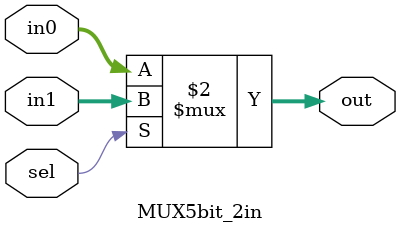
<source format=v>
module MUX5bit_2in
(
    input sel,
    input [4:0] in0,
    input [4:0] in1,
    output reg [4:0] out
);

always @(*) begin
    out<=sel? in1:in0;
end

endmodule
</source>
